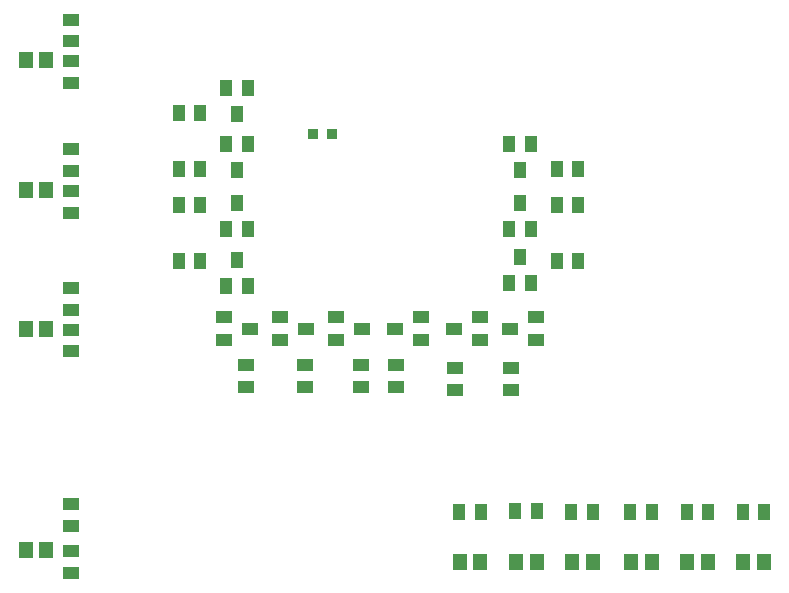
<source format=gbr>
G04 EAGLE Gerber RS-274X export*
G75*
%MOMM*%
%FSLAX34Y34*%
%LPD*%
%INSolderpaste Bottom*%
%IPPOS*%
%AMOC8*
5,1,8,0,0,1.08239X$1,22.5*%
G01*
G04 Define Apertures*
%ADD10R,1.164600X1.465300*%
%ADD11R,0.920900X0.970200*%
%ADD12R,1.000000X1.400000*%
%ADD13R,1.400000X1.000000*%
%ADD14R,1.420200X1.031200*%
%ADD15R,1.031200X1.420200*%
D10*
X201246Y360000D03*
X218754Y360000D03*
X201246Y477500D03*
X218754Y477500D03*
X201246Y172500D03*
X218754Y172500D03*
X201246Y587500D03*
X218754Y587500D03*
X808746Y162500D03*
X826254Y162500D03*
X761246Y162500D03*
X778754Y162500D03*
X713746Y162500D03*
X731254Y162500D03*
X681254Y162500D03*
X663746Y162500D03*
X633754Y162500D03*
X616246Y162500D03*
X586254Y162500D03*
X568746Y162500D03*
D11*
X444754Y525000D03*
X460246Y525000D03*
D12*
X380000Y466000D03*
X370500Y444000D03*
X389500Y444000D03*
D13*
X564000Y360000D03*
X586000Y350500D03*
X586000Y369500D03*
D12*
X620000Y466000D03*
X610500Y444000D03*
X629500Y444000D03*
D13*
X514000Y360000D03*
X536000Y350500D03*
X536000Y369500D03*
X438500Y360000D03*
X416500Y369500D03*
X416500Y350500D03*
X486000Y360000D03*
X464000Y369500D03*
X464000Y350500D03*
D12*
X620000Y494000D03*
X629500Y516000D03*
X610500Y516000D03*
D13*
X391000Y360000D03*
X369000Y369500D03*
X369000Y350500D03*
D12*
X380000Y494000D03*
X389500Y516000D03*
X370500Y516000D03*
X380000Y418500D03*
X370500Y396500D03*
X389500Y396500D03*
X380000Y541500D03*
X389500Y563500D03*
X370500Y563500D03*
X620000Y421000D03*
X610500Y399000D03*
X629500Y399000D03*
D13*
X611500Y360000D03*
X633500Y350500D03*
X633500Y369500D03*
D14*
X240000Y171695D03*
X240000Y153305D03*
X240000Y621695D03*
X240000Y603305D03*
X240000Y586695D03*
X240000Y568305D03*
D15*
X349195Y417500D03*
X330805Y417500D03*
X349195Y542500D03*
X330805Y542500D03*
X650805Y417500D03*
X669195Y417500D03*
D14*
X612500Y326695D03*
X612500Y308305D03*
X565000Y326695D03*
X565000Y308305D03*
D15*
X650805Y465000D03*
X669195Y465000D03*
X808305Y205000D03*
X826695Y205000D03*
X760805Y205000D03*
X779195Y205000D03*
X713305Y205000D03*
X731695Y205000D03*
D14*
X515000Y329195D03*
X515000Y310805D03*
D15*
X681695Y205000D03*
X663305Y205000D03*
X634195Y205952D03*
X615805Y205952D03*
D14*
X437500Y329195D03*
X437500Y310805D03*
X240000Y394195D03*
X240000Y375805D03*
D15*
X586695Y205000D03*
X568305Y205000D03*
X650805Y495000D03*
X669195Y495000D03*
D14*
X485000Y329195D03*
X485000Y310805D03*
X387500Y329195D03*
X387500Y310805D03*
X240000Y359195D03*
X240000Y340805D03*
X240000Y511695D03*
X240000Y493305D03*
X240000Y476695D03*
X240000Y458305D03*
D15*
X349195Y465000D03*
X330805Y465000D03*
X349195Y495000D03*
X330805Y495000D03*
D14*
X240000Y211695D03*
X240000Y193305D03*
M02*

</source>
